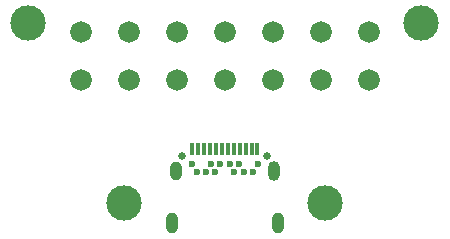
<source format=gbr>
%TF.GenerationSoftware,KiCad,Pcbnew,8.0.1*%
%TF.CreationDate,2024-03-22T11:25:03-04:00*%
%TF.ProjectId,commapogo_male,636f6d6d-6170-46f6-976f-5f6d616c652e,rev?*%
%TF.SameCoordinates,Original*%
%TF.FileFunction,Soldermask,Top*%
%TF.FilePolarity,Negative*%
%FSLAX46Y46*%
G04 Gerber Fmt 4.6, Leading zero omitted, Abs format (unit mm)*
G04 Created by KiCad (PCBNEW 8.0.1) date 2024-03-22 11:25:03*
%MOMM*%
%LPD*%
G01*
G04 APERTURE LIST*
%ADD10C,3.000000*%
%ADD11C,0.650000*%
%ADD12O,1.000000X1.600000*%
%ADD13O,1.000000X1.800000*%
%ADD14O,1.000000X1.700000*%
%ADD15R,0.300000X1.000000*%
%ADD16C,0.600000*%
%ADD17C,1.828800*%
G04 APERTURE END LIST*
D10*
%TO.C,H1*%
X-16637000Y6858000D03*
%TD*%
D11*
%TO.C,J2*%
X-3600000Y-4370000D03*
X3590000Y-4330000D03*
D12*
X-4125000Y-5620000D03*
D13*
X-4485000Y-10010000D03*
X4485000Y-10010000D03*
D14*
X4125000Y-5620000D03*
D15*
X-2750000Y-3810000D03*
X-2250000Y-3810000D03*
X-1750000Y-3810000D03*
X-1250000Y-3810000D03*
X-750000Y-3810000D03*
X-250000Y-3810000D03*
X250000Y-3810000D03*
X750000Y-3810000D03*
X1250000Y-3810000D03*
X1750000Y-3810000D03*
X2250000Y-3810000D03*
X2750000Y-3810000D03*
D16*
X2800000Y-5020000D03*
X2400000Y-5720000D03*
X1600000Y-5720000D03*
X1200000Y-5020000D03*
X800000Y-5720000D03*
X400000Y-5020000D03*
X-400000Y-5020000D03*
X-800000Y-5720000D03*
X-1200000Y-5020000D03*
X-1600000Y-5720000D03*
X-2400000Y-5720000D03*
X-2800000Y-5020000D03*
%TD*%
D10*
%TO.C,H4*%
X8509000Y-8382000D03*
%TD*%
%TO.C,H3*%
X-8509000Y-8382000D03*
%TD*%
%TO.C,H2*%
X16637000Y6858000D03*
%TD*%
D17*
%TO.C,J1*%
X-12192000Y6096000D03*
X-8128000Y6096000D03*
X-4064000Y6096000D03*
X0Y6096000D03*
X4064000Y6096000D03*
X8128000Y6096000D03*
X12192000Y6096000D03*
X-12192000Y2032000D03*
X-8128000Y2032000D03*
X-4064000Y2032000D03*
X0Y2032000D03*
X4064000Y2032000D03*
X8128000Y2032000D03*
X12192000Y2032000D03*
%TD*%
M02*

</source>
